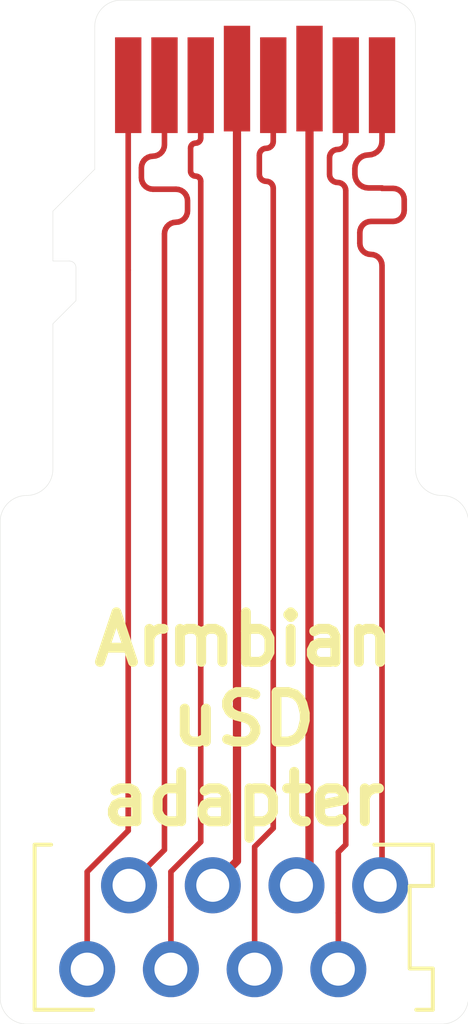
<source format=kicad_pcb>
(kicad_pcb (version 20200614) (host pcbnew "(5.99.0-1973-g8c57821e9)")

  (general
    (thickness 1.6)
    (drawings 22)
    (tracks 213)
    (modules 9)
    (nets 9)
  )

  (paper "A4")
  (layers
    (0 "F.Cu" signal)
    (31 "B.Cu" signal)
    (32 "B.Adhes" user)
    (33 "F.Adhes" user)
    (34 "B.Paste" user)
    (35 "F.Paste" user)
    (36 "B.SilkS" user)
    (37 "F.SilkS" user)
    (38 "B.Mask" user)
    (39 "F.Mask" user)
    (40 "Dwgs.User" user hide)
    (41 "Cmts.User" user hide)
    (42 "Eco1.User" user)
    (43 "Eco2.User" user)
    (44 "Edge.Cuts" user)
    (45 "Margin" user)
    (46 "B.CrtYd" user)
    (47 "F.CrtYd" user)
  )

  (setup
    (stackup
      (layer "F.SilkS" (type "Top Silk Screen"))
      (layer "F.Paste" (type "Top Solder Paste"))
      (layer "F.Mask" (type "Top Solder Mask") (color "Green") (thickness 0.01))
      (layer "F.Cu" (type "copper") (thickness 0.035))
      (layer "dielectric 1" (type "core") (thickness 1.51) (material "FR4") (epsilon_r 4.5) (loss_tangent 0.02))
      (layer "B.Cu" (type "copper") (thickness 0.035))
      (layer "B.Mask" (type "Bottom Solder Mask") (color "Green") (thickness 0.01))
      (layer "B.Paste" (type "Bottom Solder Paste"))
      (layer "B.SilkS" (type "Bottom Silk Screen"))
      (copper_finish "None")
      (dielectric_constraints no)
    )
    (last_trace_width 0.17)
    (user_trace_width 0.17)
    (user_trace_width 0.25)
    (trace_clearance 0.2)
    (zone_clearance 0.508)
    (zone_45_only no)
    (trace_min 0.15)
    (clearance_min 0)
    (via_min_annulus 0.05)
    (via_min_size 0.4)
    (through_hole_min 0.3)
    (hole_to_hole_min 0.25)
    (via_size 0.8)
    (via_drill 0.4)
    (uvia_size 0.3)
    (uvia_drill 0.1)
    (uvias_allowed no)
    (uvia_min_size 0.2)
    (uvia_min_drill 0.1)
    (max_error 0.005)
    (defaults
      (edge_clearance 0.01)
      (edge_cuts_line_width 0.05)
      (courtyard_line_width 0.05)
      (copper_line_width 0.2)
      (copper_text_dims (size 1.5 1.5) (thickness 0.3))
      (silk_line_width 0.12)
      (silk_text_dims (size 1 1) (thickness 0.15))
      (fab_layers_line_width 0.1)
      (fab_layers_text_dims (size 1 1) (thickness 0.15))
      (other_layers_line_width 0.1)
      (other_layers_text_dims (size 1 1) (thickness 0.15))
      (dimension_units 0)
      (dimension_precision 1)
    )
    (pad_size 2 2)
    (pad_drill 1)
    (pad_to_mask_clearance 0)
    (aux_axis_origin 0 0)
    (visible_elements 7FFFEF7F)
    (pcbplotparams
      (layerselection 0x010fc_ffffffff)
      (usegerberextensions false)
      (usegerberattributes false)
      (usegerberadvancedattributes false)
      (creategerberjobfile false)
      (svguseinch false)
      (svgprecision 6)
      (excludeedgelayer true)
      (linewidth 0.100000)
      (plotframeref false)
      (viasonmask false)
      (mode 1)
      (useauxorigin false)
      (hpglpennumber 1)
      (hpglpenspeed 20)
      (hpglpendiameter 15.000000)
      (psnegative false)
      (psa4output false)
      (plotreference true)
      (plotvalue true)
      (plotinvisibletext false)
      (sketchpadsonfab false)
      (subtractmaskfromsilk false)
      (outputformat 1)
      (mirror false)
      (drillshape 0)
      (scaleselection 1)
      (outputdirectory "CAM")
    )
  )

  (net 0 "")
  (net 1 "/DAT2S")
  (net 2 "/DAT3S")
  (net 3 "/CMDS")
  (net 4 "+3V3")
  (net 5 "/CLKS")
  (net 6 "GND")
  (net 7 "/DAT0S")
  (net 8 "/DAT1S")

  (net_class "Default" "This is the default net class."
    (clearance 0.2)
    (trace_width 0.25)
    (via_dia 0.8)
    (via_drill 0.4)
    (uvia_dia 0.3)
    (uvia_drill 0.1)
    (add_net "+3V3")
    (add_net "/CLKS")
    (add_net "/CMDS")
    (add_net "/DAT0S")
    (add_net "/DAT1S")
    (add_net "/DAT2S")
    (add_net "/DAT3S")
    (add_net "GND")
  )

  (module "footprints:ConnectorMicromatch-8" (layer "F.Cu") (tedit 5EEEEED6) (tstamp 34dd57fe-2ace-416f-9255-a09a91913142)
    (at 150.5 118.1)
    (descr "ConnectorMicromatch-8")
    (path "/c9ca2d28-979e-4150-b60a-5d6eb42dce52")
    (attr smd)
    (fp_text reference "JP101" (at 0 -3.27) (layer "F.SilkS") hide
      (effects (font (size 1 1) (thickness 0.15)))
    )
    (fp_text value "PORTx" (at 0 3.27) (layer "F.Fab") hide
      (effects (font (size 1 1) (thickness 0.15)))
    )
    (fp_line (start -6.29 2.27) (end -6.29 -2.27) (layer "F.CrtYd") (width 0.05))
    (fp_line (start 6.29 2.27) (end -6.29 2.27) (layer "F.CrtYd") (width 0.05))
    (fp_line (start 6.29 -2.27) (end 6.29 2.27) (layer "F.CrtYd") (width 0.05))
    (fp_line (start -6.29 -2.27) (end 6.29 -2.27) (layer "F.CrtYd") (width 0.05))
    (fp_line (start 6.04 2.5) (end 5.54 2.5) (layer "F.SilkS") (width 0.12))
    (fp_line (start 6.04 1.25) (end 6.04 2.5) (layer "F.SilkS") (width 0.12))
    (fp_line (start 5.34 1.25) (end 6.04 1.25) (layer "F.SilkS") (width 0.12))
    (fp_line (start 5.34 -1.25) (end 5.34 1.25) (layer "F.SilkS") (width 0.12))
    (fp_line (start 6.04 -1.25) (end 5.34 -1.25) (layer "F.SilkS") (width 0.12))
    (fp_line (start 6.04 -2.5) (end 6.04 -1.25) (layer "F.SilkS") (width 0.12))
    (fp_line (start 4.27 -2.5) (end 6.04 -2.5) (layer "F.SilkS") (width 0.12))
    (fp_line (start -6.04 2.5) (end -4.27 2.5) (layer "F.SilkS") (width 0.12))
    (fp_line (start -6.04 -2.5) (end -6.04 2.5) (layer "F.SilkS") (width 0.12))
    (fp_line (start -5.54 -2.5) (end -6.04 -2.5) (layer "F.SilkS") (width 0.12))
    (pad "8" thru_hole circle (at 4.445 -1.27) (size 1.7 1.7) (drill 1) (layers *.Cu *.Mask)
      (net 8 "/DAT1S") (pinfunction "Pin_8") (tstamp f57f9e87-1e1c-4da5-a369-09e9be7afe99))
    (pad "7" thru_hole circle (at 3.175 1.27) (size 1.7 1.7) (drill 1) (layers *.Cu *.Mask)
      (net 7 "/DAT0S") (pinfunction "Pin_7") (tstamp 0122fb7c-9265-4961-a07c-8c981e191d3a))
    (pad "6" thru_hole circle (at 1.905 -1.27) (size 1.7 1.7) (drill 1) (layers *.Cu *.Mask)
      (net 6 "GND") (pinfunction "Pin_6") (tstamp 05ff523a-d5a1-4db1-bd4f-5b784665fe18))
    (pad "5" thru_hole circle (at 0.635 1.27) (size 1.7 1.7) (drill 1) (layers *.Cu *.Mask)
      (net 5 "/CLKS") (pinfunction "Pin_5") (tstamp b12243bb-8dd4-47fb-9028-ae388f60ef5c))
    (pad "4" thru_hole circle (at -0.635 -1.27) (size 1.7 1.7) (drill 1) (layers *.Cu *.Mask)
      (net 4 "+3V3") (pinfunction "Pin_4") (tstamp cd35c689-a9b3-4177-b924-de7da3a4a3dc))
    (pad "3" thru_hole circle (at -1.905 1.27) (size 1.7 1.7) (drill 1) (layers *.Cu *.Mask)
      (net 3 "/CMDS") (pinfunction "Pin_3") (tstamp 234570c7-fe0c-4966-aa1b-d06b45792fbe))
    (pad "2" thru_hole circle (at -3.175 -1.27) (size 1.7 1.7) (drill 1) (layers *.Cu *.Mask)
      (net 2 "/DAT3S") (pinfunction "Pin_2") (tstamp 64b2528c-82c2-47ef-b23c-8dcff790a91a))
    (pad "1" thru_hole circle (at -4.445 1.27) (size 1.7 1.7) (drill 1) (layers *.Cu *.Mask)
      (net 1 "/DAT2S") (pinfunction "Pin_1") (tstamp 64b2528c-82c2-47ef-b23c-8dcff790a91a))
  )

  (module "footprints:Pin_2.9x0.8mm" locked (layer "F.Cu") (tedit 5EF30463) (tstamp ebc430f4-8476-4aeb-9442-cd950794b8d5)
    (at 147.3 92.6)
    (path "/0f39cb8a-4b5a-4d30-8c6a-752783a38119")
    (fp_text reference "J101" (at 0 -0.5 unlocked) (layer "F.SilkS") hide
      (effects (font (size 1 1) (thickness 0.15)))
    )
    (fp_text value "Conn_01x01_Male" (at 0 1 unlocked) (layer "F.Fab") hide
      (effects (font (size 1 1) (thickness 0.15)))
    )
    (pad "1" smd rect (at 0 0) (size 0.8 2.9) (layers "F.Cu" "F.Paste" "F.Mask")
      (net 1 "/DAT2S") (pinfunction "Pin_1") (tstamp 512c3af9-bc64-445e-b63d-a0927dd1e79b))
  )

  (module "footprints:Pin_2.9x0.8mm" locked (layer "F.Cu") (tedit 5EF30463) (tstamp ce17113f-e9c9-4e32-956d-8339f463c07c)
    (at 148.4 92.6)
    (path "/66af6dfa-01f9-4bb8-8871-29936ff4d6f9")
    (fp_text reference "J102" (at 0 -0.5 unlocked) (layer "F.SilkS") hide
      (effects (font (size 1 1) (thickness 0.15)))
    )
    (fp_text value "Conn_01x01_Male" (at 0 1 unlocked) (layer "F.Fab") hide
      (effects (font (size 1 1) (thickness 0.15)))
    )
    (pad "1" smd rect (at 0 0) (size 0.8 2.9) (layers "F.Cu" "F.Paste" "F.Mask")
      (net 2 "/DAT3S") (pinfunction "Pin_1") (tstamp 512c3af9-bc64-445e-b63d-a0927dd1e79b))
  )

  (module "footprints:Pin_2.9x0.8mm" locked (layer "F.Cu") (tedit 5EF30463) (tstamp 7df9ad7f-ab33-40c4-8f4c-9150f7560326)
    (at 149.5 92.6)
    (path "/9e02c2ba-dd88-4ca0-85d4-e6f044b17b28")
    (fp_text reference "J103" (at 0 -0.5 unlocked) (layer "F.SilkS") hide
      (effects (font (size 1 1) (thickness 0.15)))
    )
    (fp_text value "Conn_01x01_Male" (at 0 1 unlocked) (layer "F.Fab") hide
      (effects (font (size 1 1) (thickness 0.15)))
    )
    (pad "1" smd rect (at 0 0) (size 0.8 2.9) (layers "F.Cu" "F.Paste" "F.Mask")
      (net 3 "/CMDS") (pinfunction "Pin_1") (tstamp 512c3af9-bc64-445e-b63d-a0927dd1e79b))
  )

  (module "footprints:Pin_3.2x0.8mm" locked (layer "F.Cu") (tedit 5EF304A7) (tstamp de72bde9-09eb-4e8a-8267-ad8b0df23c9e)
    (at 150.6 92.4)
    (path "/f6611cd6-eb8a-4f6f-9ed1-8e07cbe0899f")
    (fp_text reference "J104" (at 0 -0.5 unlocked) (layer "F.SilkS") hide
      (effects (font (size 1 1) (thickness 0.15)))
    )
    (fp_text value "Conn_01x01_Male" (at 0 1 unlocked) (layer "F.Fab") hide
      (effects (font (size 1 1) (thickness 0.15)))
    )
    (pad "1" smd rect (at 0 0) (size 0.8 3.2) (layers "F.Cu" "F.Paste" "F.Mask")
      (net 4 "+3V3") (pinfunction "Pin_1") (tstamp bebac830-3c08-42a8-acb6-b81c5be51e66))
  )

  (module "footprints:Pin_2.9x0.8mm" locked (layer "F.Cu") (tedit 5EF30463) (tstamp f0499f36-4fda-42c1-9e0f-32450dba5710)
    (at 151.7 92.6)
    (path "/75fcb818-df21-4901-9473-67c6ff22714d")
    (fp_text reference "J105" (at 0 -0.5 unlocked) (layer "F.SilkS") hide
      (effects (font (size 1 1) (thickness 0.15)))
    )
    (fp_text value "Conn_01x01_Male" (at 0 1 unlocked) (layer "F.Fab") hide
      (effects (font (size 1 1) (thickness 0.15)))
    )
    (pad "1" smd rect (at 0 0) (size 0.8 2.9) (layers "F.Cu" "F.Paste" "F.Mask")
      (net 5 "/CLKS") (pinfunction "Pin_1") (tstamp 512c3af9-bc64-445e-b63d-a0927dd1e79b))
  )

  (module "footprints:Pin_3.2x0.8mm" locked (layer "F.Cu") (tedit 5EF304A7) (tstamp 42134bb5-60f4-4de8-aaa5-12e053a97f54)
    (at 152.8 92.4)
    (path "/fa43959c-a49f-4b1a-a263-6234d5a8c34b")
    (fp_text reference "J106" (at 0 -0.5 unlocked) (layer "F.SilkS") hide
      (effects (font (size 1 1) (thickness 0.15)))
    )
    (fp_text value "Conn_01x01_Male" (at 0 1 unlocked) (layer "F.Fab") hide
      (effects (font (size 1 1) (thickness 0.15)))
    )
    (pad "1" smd rect (at 0 0) (size 0.8 3.2) (layers "F.Cu" "F.Paste" "F.Mask")
      (net 6 "GND") (pinfunction "Pin_1") (tstamp bebac830-3c08-42a8-acb6-b81c5be51e66))
  )

  (module "footprints:Pin_2.9x0.8mm" locked (layer "F.Cu") (tedit 5EF30463) (tstamp 281b1c9d-a101-435f-8028-52ecc6bc8e39)
    (at 153.9 92.6)
    (path "/47cf1097-4087-48b0-9062-ae77c5241598")
    (fp_text reference "J107" (at 0 -0.5 unlocked) (layer "F.SilkS") hide
      (effects (font (size 1 1) (thickness 0.15)))
    )
    (fp_text value "Conn_01x01_Male" (at 0 1 unlocked) (layer "F.Fab") hide
      (effects (font (size 1 1) (thickness 0.15)))
    )
    (pad "1" smd rect (at 0 0) (size 0.8 2.9) (layers "F.Cu" "F.Paste" "F.Mask")
      (net 7 "/DAT0S") (pinfunction "Pin_1") (tstamp 512c3af9-bc64-445e-b63d-a0927dd1e79b))
  )

  (module "footprints:Pin_2.9x0.8mm" locked (layer "F.Cu") (tedit 5EF30463) (tstamp f8ad5def-b160-4010-9098-f92eb7ad8236)
    (at 155 92.6)
    (path "/1ce64f3d-df08-444e-8f8d-a3ffad76b048")
    (fp_text reference "J108" (at 0 -0.5 unlocked) (layer "F.SilkS") hide
      (effects (font (size 1 1) (thickness 0.15)))
    )
    (fp_text value "Conn_01x01_Male" (at 0 1 unlocked) (layer "F.Fab") hide
      (effects (font (size 1 1) (thickness 0.15)))
    )
    (pad "1" smd rect (at 0 0) (size 0.8 2.9) (layers "F.Cu" "F.Paste" "F.Mask")
      (net 8 "/DAT1S") (pinfunction "Pin_1") (tstamp 512c3af9-bc64-445e-b63d-a0927dd1e79b))
  )

  (gr_text "Armbian\nuSD\nadapter" (at 150.8 111.8) (layer "F.SilkS") (tstamp 00000000-0000-0000-0000-00005d408632)
    (effects (font (size 1.5 1.5) (thickness 0.3)))
  )
  (gr_arc (start 156.82 120.23) (end 157.62 120.23) (angle 90) (layer "Edge.Cuts") (width 0.01) (tstamp ae099e14-b8e8-42d2-b79e-76ff940f3c11))
  (gr_line (start 157.62 105.825) (end 157.62 120.23) (layer "Edge.Cuts") (width 0.01) (tstamp cf7cfc0e-3c4c-4bc6-9810-af5820ec6c74))
  (gr_arc (start 144.215 120.23) (end 144.215 121.03) (angle 90) (layer "Edge.Cuts") (width 0.01) (tstamp 55e457fe-3a3e-47f1-881f-0b2af93d868b))
  (gr_line (start 143.415 105.825) (end 143.415 120.23) (layer "Edge.Cuts") (width 0.01) (tstamp 97117656-c33e-4256-99bd-9e4ed0fced2a))
  (gr_arc (start 156.82 105.825) (end 156.82 105.025) (angle 90) (layer "Edge.Cuts") (width 0.01) (tstamp 42c37782-68b7-4d35-80e6-fceaf2be4eba))
  (gr_arc (start 144.215 105.825) (end 143.415 105.825) (angle 90) (layer "Edge.Cuts") (width 0.01) (tstamp 734fcb58-1d0a-4098-a232-bb5ccd8c5c8e))
  (gr_arc (start 145.515 98.125) (end 145.515 97.925) (angle 90) (layer "Edge.Cuts") (width 0.01) (tstamp d1f34b9a-5500-49fa-9776-3454dd9f9c06))
  (gr_line (start 146.285 95.145) (end 146.285 90.825) (layer "Edge.Cuts") (width 0.01) (tstamp 4dd734ca-eb3e-4687-a8a5-1a23f5a63b23))
  (gr_line (start 145.715 99.125) (end 145.015 99.825) (layer "Edge.Cuts") (width 0.01) (tstamp a7c06851-fff8-475d-b5b3-c6f268842840))
  (gr_line (start 145.715 98.125) (end 145.715 99.125) (layer "Edge.Cuts") (width 0.01) (tstamp 9af8f760-4f73-4ced-a819-285392f3cd3c))
  (gr_line (start 145.015 97.925) (end 145.515 97.925) (layer "Edge.Cuts") (width 0.01) (tstamp bb148df0-3441-4043-a006-0eb8f26a751f))
  (gr_line (start 145.015 96.415) (end 145.015 97.925) (layer "Edge.Cuts") (width 0.01) (tstamp 43b53e0e-9dfb-4b55-a0fd-97f176423fe6))
  (gr_line (start 146.285 95.145) (end 145.015 96.415) (layer "Edge.Cuts") (width 0.01) (tstamp 4b337e05-18f8-4f43-b42d-d45b080552f4))
  (gr_arc (start 156.815 104.225) (end 156.815 105.025) (angle 90) (layer "Edge.Cuts") (width 0.01) (tstamp 34b15f2c-01f9-4295-8f47-fda6fefcae7c))
  (gr_arc (start 144.215 104.225) (end 145.015 104.225) (angle 90) (layer "Edge.Cuts") (width 0.01) (tstamp 8abbd84a-6165-4aba-b677-7438791c5612))
  (gr_arc (start 147.085 90.825) (end 146.285 90.825) (angle 90) (layer "Edge.Cuts") (width 0.01) (tstamp 030b1fc5-7335-4045-b07b-f51fcafdb08a))
  (gr_arc (start 155.215 90.825) (end 155.205 90.025) (angle 90) (layer "Edge.Cuts") (width 0.01) (tstamp a6d9a454-edf3-4f90-b252-8e4d4eb880c0))
  (gr_line (start 156.015 104.225) (end 156.015 90.815) (layer "Edge.Cuts") (width 0.01) (tstamp 721731ff-9c90-485f-8368-a5631992c59f))
  (gr_line (start 144.215 121.03) (end 156.82 121.03) (layer "Edge.Cuts") (width 0.01) (tstamp 3c3fe6b1-b62f-4083-8278-9d2dac711640))
  (gr_line (start 145.015 99.825) (end 145.015 104.225) (layer "Edge.Cuts") (width 0.01) (tstamp 541dc7d7-c4ae-4740-8975-470e13a9f8b8))
  (gr_line (start 155.205 90.025) (end 147.085 90.025) (layer "Edge.Cuts") (width 0.01) (tstamp 2ac73bf2-1c2e-4b0f-93ca-e4e6bdeac8fa))

  (segment (start 154.399883 96.851807) (end 154.359758 96.915666) (width 0.17) (layer "F.Cu") (net 8) (tstamp 6446e86f-71c4-4a9e-a23b-b4168a8e03a9))
  (segment (start 154.588257 96.733444) (end 154.517071 96.758353) (width 0.17) (layer "F.Cu") (net 8) (tstamp 80fea93d-4b54-43cc-9092-937fc455d348))
  (segment (start 154.663202 96.725) (end 154.588257 96.733444) (width 0.17) (layer "F.Cu") (net 8) (tstamp 36c51c6f-e775-4bf8-b03a-0957f48eb581))
  (segment (start 155.546788 96.651521) (end 155.482929 96.691646) (width 0.17) (layer "F.Cu") (net 8) (tstamp 028b20a6-3902-47a3-809d-7f8269e542e6))
  (segment (start 155.600117 96.598192) (end 155.546788 96.651521) (width 0.17) (layer "F.Cu") (net 8) (tstamp 6aee5adb-a696-4a70-afc0-107f659912d3))
  (segment (start 155.665151 96.463147) (end 155.640242 96.534333) (width 0.17) (layer "F.Cu") (net 8) (tstamp 519b6585-e079-42d4-879f-7e4c79cc2fb0))
  (segment (start 155.665151 95.986852) (end 155.673595 96.061797) (width 0.17) (layer "F.Cu") (net 8) (tstamp 24e2690c-d07e-4819-81ad-d82fcb8e4075))
  (segment (start 155.640242 95.915666) (end 155.665151 95.986852) (width 0.17) (layer "F.Cu") (net 8) (tstamp ea83af98-6cb7-4fb1-9337-58427f813c84))
  (segment (start 154.517071 96.758353) (end 154.453212 96.798478) (width 0.17) (layer "F.Cu") (net 8) (tstamp ab80d6d8-3d72-4055-be4c-08258fcbed03))
  (segment (start 154.844954 94.621955) (end 154.766875 94.671016) (width 0.17) (layer "F.Cu") (net 8) (tstamp 803c8a8b-476b-4182-aeb4-0ea41e10356c))
  (segment (start 155.546788 95.798478) (end 155.600117 95.851807) (width 0.17) (layer "F.Cu") (net 8) (tstamp 7a526930-52e2-4cc1-9d94-6c1290e2869b))
  (segment (start 155.411743 95.733444) (end 155.482929 95.758353) (width 0.17) (layer "F.Cu") (net 8) (tstamp 41ac5422-7a66-47db-af7d-c05afec0a50e))
  (segment (start 155.336798 95.725) (end 155.411743 95.733444) (width 0.17) (layer "F.Cu") (net 8) (tstamp 1000edd4-018a-4f8b-98f4-3ee4e9fb0a01))
  (segment (start 155 95.725) (end 155.336798 95.725) (width 0.17) (layer "F.Cu") (net 8) (tstamp f18a1bea-5f9e-472e-981b-9dc7c8a6c691))
  (segment (start 154.33145 94.801638) (end 154.266246 94.866842) (width 0.17) (layer "F.Cu") (net 8) (tstamp 7bbdc850-e27a-4087-850d-0cc5f7fc3794))
  (segment (start 154.496568 94.722121) (end 154.409529 94.752577) (width 0.17) (layer "F.Cu") (net 8) (tstamp 1e45f1fb-7984-4034-a8f9-401e2e89d51c))
  (segment (start 155.673595 96.061797) (end 155.673595 96.388203) (width 0.17) (layer "F.Cu") (net 8) (tstamp 9bbda11e-a431-498c-9ac5-f2806bb13e06))
  (segment (start 154.989675 94.391633) (end 154.959219 94.478672) (width 0.17) (layer "F.Cu") (net 8) (tstamp 9ec7a662-8dc6-4fbc-a246-e34b72022a81))
  (segment (start 154.588203 95.711797) (end 155 95.711797) (width 0.17) (layer "F.Cu") (net 8) (tstamp fa8a22d2-75f4-421a-aa65-2e492ec137e0))
  (segment (start 155 92.6) (end 155 94.3) (width 0.17) (layer "F.Cu") (net 8) (tstamp f3e54791-6c03-4d03-9c61-3743c903098c))
  (segment (start 154.991555 97.986852) (end 155 98.061797) (width 0.17) (layer "F.Cu") (net 8) (tstamp 084cbfb5-9bba-4143-917c-97bb89468157))
  (segment (start 155.640242 96.534333) (end 155.600117 96.598192) (width 0.17) (layer "F.Cu") (net 8) (tstamp 8910bcf2-5d74-4993-b33e-0fc9e87138c6))
  (segment (start 154.910158 94.556751) (end 154.844954 94.621955) (width 0.17) (layer "F.Cu") (net 8) (tstamp c71e98d2-020e-49e3-ae62-9dcc5f7a0cea))
  (segment (start 154.409529 94.752577) (end 154.33145 94.801638) (width 0.17) (layer "F.Cu") (net 8) (tstamp 380b0561-fc70-41f2-8682-f58a15bf845a))
  (segment (start 154.809333 97.758353) (end 154.873192 97.798478) (width 0.17) (layer "F.Cu") (net 8) (tstamp f0c06daf-7939-41c8-b792-5a4fbd2a0455))
  (segment (start 155.482929 95.758353) (end 155.546788 95.798478) (width 0.17) (layer "F.Cu") (net 8) (tstamp b6f3773e-0bfa-4c37-8db5-b23ffd0cfc4f))
  (segment (start 154.453212 96.798478) (end 154.399883 96.851807) (width 0.17) (layer "F.Cu") (net 8) (tstamp ea8367e4-398f-48dd-8eaf-25db739f3609))
  (segment (start 154.176405 95.123594) (end 154.176405 95.3) (width 0.17) (layer "F.Cu") (net 8) (tstamp 13fcd9c5-b444-4339-83c6-1327679d2494))
  (segment (start 155.336798 96.725) (end 154.663202 96.725) (width 0.17) (layer "F.Cu") (net 8) (tstamp 053be23f-886e-4ff5-977a-241b78c2fcb8))
  (segment (start 154.679836 94.701472) (end 154.496568 94.722121) (width 0.17) (layer "F.Cu") (net 8) (tstamp 15c7d137-dbc5-4521-880f-f2a053821c15))
  (segment (start 154.959219 94.478672) (end 154.910158 94.556751) (width 0.17) (layer "F.Cu") (net 8) (tstamp 25149f51-aa6f-4c04-9b0a-7311d9b12271))
  (segment (start 154.766875 94.671016) (end 154.679836 94.701472) (width 0.17) (layer "F.Cu") (net 8) (tstamp e0489222-b242-4181-ac59-5b71bed11e42))
  (segment (start 155.411743 96.716555) (end 155.336798 96.725) (width 0.17) (layer "F.Cu") (net 8) (tstamp 79f6d8d6-ed40-4960-a6d3-eb990097d24f))
  (segment (start 154.217185 94.944921) (end 154.186729 95.03196) (width 0.17) (layer "F.Cu") (net 8) (tstamp 130d7f87-1fe4-418a-8597-67ddc7d56c60))
  (segment (start 155 94.3) (end 154.989675 94.391633) (width 0.17) (layer "F.Cu") (net 8) (tstamp f248bfce-9385-4248-97ae-6b8c36f5a66b))
  (segment (start 154.266246 94.866842) (end 154.217185 94.944921) (width 0.17) (layer "F.Cu") (net 8) (tstamp 4c1de9b1-91d5-4c1a-acd9-4cb2222cf558))
  (segment (start 155.673595 96.388203) (end 155.665151 96.463147) (width 0.17) (layer "F.Cu") (net 8) (tstamp b70a0d6e-c91f-411f-a5d6-d69d9e30630d))
  (segment (start 154.33145 95.621955) (end 154.409529 95.671016) (width 0.17) (layer "F.Cu") (net 8) (tstamp 91d123f1-1074-4137-a56a-03ea0205a564))
  (segment (start 155.482929 96.691646) (end 155.411743 96.716555) (width 0.17) (layer "F.Cu") (net 8) (tstamp 2c6057ac-4b25-464e-9fc3-c088da2dece5))
  (segment (start 155 95.711797) (end 155 95.725) (width 0.17) (layer "F.Cu") (net 8) (tstamp 77e440d0-d631-48f2-80fc-b0993006559f))
  (segment (start 154.266246 95.556751) (end 154.33145 95.621955) (width 0.17) (layer "F.Cu") (net 8) (tstamp b39f8a41-4135-4ec5-9044-2d624e04bb4e))
  (segment (start 155.600117 95.851807) (end 155.640242 95.915666) (width 0.17) (layer "F.Cu") (net 8) (tstamp d276ad2b-79e6-43f1-9d13-3d21ffc15c6e))
  (segment (start 154.186729 95.03196) (end 154.176405 95.123594) (width 0.17) (layer "F.Cu") (net 8) (tstamp e943d36d-2055-4235-8f54-1a1d8ce1fab2))
  (segment (start 154.588257 97.716555) (end 154.738147 97.733444) (width 0.17) (layer "F.Cu") (net 8) (tstamp b46f8917-60bb-49a4-8473-ed5b8f07299a))
  (segment (start 154.176405 95.3) (end 154.186729 95.391633) (width 0.17) (layer "F.Cu") (net 8) (tstamp 6f3d6999-6ea9-4a36-8fa8-5f4c7c07c131))
  (segment (start 154.926521 97.851807) (end 154.966646 97.915666) (width 0.17) (layer "F.Cu") (net 8) (tstamp 40dc74b8-53e4-4a64-ae00-3320781682cf))
  (segment (start 154.217185 95.478672) (end 154.266246 95.556751) (width 0.17) (layer "F.Cu") (net 8) (tstamp 4a74b886-d293-4fe0-b4b0-6ffb9b2686ba))
  (segment (start 154.186729 95.391633) (end 154.217185 95.478672) (width 0.17) (layer "F.Cu") (net 8) (tstamp bdb503eb-233b-402c-aa58-80d323b6c6e0))
  (segment (start 154.409529 95.671016) (end 154.496568 95.701472) (width 0.17) (layer "F.Cu") (net 8) (tstamp 0c183d53-5b6d-4702-88de-6c9352e76911))
  (segment (start 154.359758 96.915666) (end 154.334849 96.986852) (width 0.17) (layer "F.Cu") (net 8) (tstamp e4f4b8f7-7383-4cfc-9979-3b868551763b))
  (segment (start 154.496568 95.701472) (end 154.588203 95.711797) (width 0.17) (layer "F.Cu") (net 8) (tstamp 76d7bb16-8fdf-4314-9c0b-63ed842e34c5))
  (segment (start 154.334849 96.986852) (end 154.326405 97.061797) (width 0.17) (layer "F.Cu") (net 8) (tstamp 7cc19186-1284-4e28-87ca-42fe3bb4dc7c))
  (segment (start 154.326405 97.061797) (end 154.326405 97.388203) (width 0.17) (layer "F.Cu") (net 8) (tstamp c9794f19-9dab-4059-be76-6456e38dfd87))
  (segment (start 154.326405 97.388203) (end 154.334849 97.463147) (width 0.17) (layer "F.Cu") (net 8) (tstamp 941170c7-6a7b-4c48-b809-b66d27612110))
  (segment (start 154.334849 97.463147) (end 154.359758 97.534333) (width 0.17) (layer "F.Cu") (net 8) (tstamp 9b6adc54-d9d9-4966-8940-22899a0ed293))
  (segment (start 154.359758 97.534333) (end 154.399883 97.598192) (width 0.17) (layer "F.Cu") (net 8) (tstamp 6d08b0eb-3618-47da-9c78-dfd5b4c05225))
  (segment (start 154.399883 97.598192) (end 154.453212 97.651521) (width 0.17) (layer "F.Cu") (net 8) (tstamp e1eb2e68-2bfe-435c-990e-5ea2bf63c301))
  (segment (start 154.453212 97.651521) (end 154.517071 97.691646) (width 0.17) (layer "F.Cu") (net 8) (tstamp 82bac24d-9b35-416e-bc6d-a27aebc931e8))
  (segment (start 154.517071 97.691646) (end 154.588257 97.716555) (width 0.17) (layer "F.Cu") (net 8) (tstamp 01515426-4104-4cd1-843b-e339e35a2d97))
  (segment (start 154.738147 97.733444) (end 154.809333 97.758353) (width 0.17) (layer "F.Cu") (net 8) (tstamp 6ff28a17-971f-4924-9ffc-1602074e9a78))
  (segment (start 154.873192 97.798478) (end 154.926521 97.851807) (width 0.17) (layer "F.Cu") (net 8) (tstamp cd4358b6-4f62-4059-b243-29420f5e47bf))
  (segment (start 154.966646 97.915666) (end 154.991555 97.986852) (width 0.17) (layer "F.Cu") (net 8) (tstamp d848478f-1e0d-4512-8008-ce4c51722c9c))
  (segment (start 155 98.061797) (end 155 116.775) (width 0.17) (layer "F.Cu") (net 8) (tstamp 2ebac3e9-31a5-4132-804e-59de1b141b39))
  (segment (start 155 116.775) (end 154.945 116.83) (width 0.17) (layer "F.Cu") (net 8) (tstamp 967fcea1-d81e-416c-ae4f-2b12a4375999))
  (segment (start 153.708534 95.552439) (end 153.760585 95.570652) (width 0.17) (layer "F.Cu") (net 7) (tstamp 7c2caa8f-de48-4630-91ff-26ecc341080d))
  (segment (start 153.893825 95.73773) (end 153.9 95.79253) (width 0.17) (layer "F.Cu") (net 7) (tstamp b6c643e0-05cb-418f-b4c5-65c18a72039a))
  (segment (start 153.546883 95.521877) (end 153.598934 95.54009) (width 0.17) (layer "F.Cu") (net 7) (tstamp 46c3712f-ee81-4348-9ea6-c540e6edc4de))
  (segment (start 153.50019 95.492537) (end 153.546883 95.521877) (width 0.17) (layer "F.Cu") (net 7) (tstamp 4541b5ba-37ff-4582-9984-1a6671a7b4c7))
  (segment (start 153.461196 95.453543) (end 153.50019 95.492537) (width 0.17) (layer "F.Cu") (net 7) (tstamp a32d41b1-bcef-4898-b059-9d6b2ed0d58e))
  (segment (start 153.431856 95.40685) (end 153.461196 95.453543) (width 0.17) (layer "F.Cu") (net 7) (tstamp dbb2998b-7f75-479c-b0dd-69aab2205f81))
  (segment (start 153.598934 95.54009) (end 153.708534 95.552439) (width 0.17) (layer "F.Cu") (net 7) (tstamp e365714b-97fa-47de-a9cb-b7525141b2e0))
  (segment (start 153.407469 95.3) (end 153.413643 95.354799) (width 0.17) (layer "F.Cu") (net 7) (tstamp a88021f1-6d67-4da6-92cb-db9ae3320f14))
  (segment (start 153.875612 95.685679) (end 153.893825 95.73773) (width 0.17) (layer "F.Cu") (net 7) (tstamp 6b02063f-6e28-4c8b-b7a8-9d06a02daf13))
  (segment (start 153.413643 94.73773) (end 153.407469 94.79253) (width 0.17) (layer "F.Cu") (net 7) (tstamp cba8917f-68fe-4db8-ba12-ef420c9de725))
  (segment (start 153.407469 94.79253) (end 153.407469 95.3) (width 0.17) (layer "F.Cu") (net 7) (tstamp c2197283-65e4-4f48-b436-bf70068afb0e))
  (segment (start 153.431856 94.685679) (end 153.413643 94.73773) (width 0.17) (layer "F.Cu") (net 7) (tstamp 2e5aaa47-254f-4081-b054-764866f906c4))
  (segment (start 153.461196 94.638986) (end 153.431856 94.685679) (width 0.17) (layer "F.Cu") (net 7) (tstamp 150459d6-722f-41ad-b509-5859ce621cc8))
  (segment (start 153.846272 95.638986) (end 153.875612 95.685679) (width 0.17) (layer "F.Cu") (net 7) (tstamp 6375e064-b164-46b1-bc41-fd57ae64b1ae))
  (segment (start 153.846272 94.453543) (end 153.807278 94.492537) (width 0.17) (layer "F.Cu") (net 7) (tstamp 20b196a7-9783-4f95-9486-7edb426d69cb))
  (segment (start 153.875612 94.40685) (end 153.846272 94.453543) (width 0.17) (layer "F.Cu") (net 7) (tstamp 7f68d369-e006-47f8-96f2-5effe8c78d60))
  (segment (start 153.760585 94.521877) (end 153.708534 94.54009) (width 0.17) (layer "F.Cu") (net 7) (tstamp 0627fe17-cc23-4c00-b258-bd402ca065f7))
  (segment (start 153.9 92.6) (end 153.9 94.3) (width 0.17) (layer "F.Cu") (net 7) (tstamp 38263302-65dd-467e-8cfd-e79cd0768678))
  (segment (start 153.893825 94.354799) (end 153.875612 94.40685) (width 0.17) (layer "F.Cu") (net 7) (tstamp 827731fc-82e4-4a1d-9830-8ab283629188))
  (segment (start 153.413643 95.354799) (end 153.431856 95.40685) (width 0.17) (layer "F.Cu") (net 7) (tstamp dd38fb0b-3456-4172-9db9-9805277117cb))
  (segment (start 153.675 117.66779) (end 153.675 119.37) (width 0.17) (layer "F.Cu") (net 7) (tstamp 4906fa78-c5e2-493e-8894-ff89271d9bfe))
  (segment (start 153.708534 94.54009) (end 153.598934 94.552439) (width 0.17) (layer "F.Cu") (net 7) (tstamp 0f5a9b35-f1f8-4938-ab04-eb46bcea74ff))
  (segment (start 153.9 115.6) (end 153.675 115.825) (width 0.17) (layer "F.Cu") (net 7) (tstamp e054ddc8-6371-42e5-b402-42093c099803))
  (segment (start 153.9 94.3) (end 153.893825 94.354799) (width 0.17) (layer "F.Cu") (net 7) (tstamp a8bcf60f-ad82-4d9e-90b8-4d4b87de2a71))
  (segment (start 153.598934 94.552439) (end 153.546883 94.570652) (width 0.17) (layer "F.Cu") (net 7) (tstamp 8cea6b00-a76e-486b-9c27-9993fba6fa3c))
  (segment (start 153.546883 94.570652) (end 153.50019 94.599992) (width 0.17) (layer "F.Cu") (net 7) (tstamp cd2ab2dd-6233-4382-8592-cd74872251f5))
  (segment (start 153.807278 94.492537) (end 153.760585 94.521877) (width 0.17) (layer "F.Cu") (net 7) (tstamp 4630f7ab-3d44-444f-b05c-b9e1a4798de3))
  (segment (start 153.50019 94.599992) (end 153.461196 94.638986) (width 0.17) (layer "F.Cu") (net 7) (tstamp 42db04e0-21a5-4e69-8240-b82e21ff5395))
  (segment (start 153.760585 95.570652) (end 153.807278 95.599992) (width 0.17) (layer "F.Cu") (net 7) (tstamp 03213039-d2ac-4bd0-aa38-ef927f92e82b))
  (segment (start 153.807278 95.599992) (end 153.846272 95.638986) (width 0.17) (layer "F.Cu") (net 7) (tstamp fcbff565-a01f-4e39-8606-99972698bcc5))
  (segment (start 153.9 95.79253) (end 153.9 115.6) (width 0.17) (layer "F.Cu") (net 7) (tstamp 1be0c8af-82b1-49b8-9fd5-79f65260ea2e))
  (segment (start 153.675 115.825) (end 153.675 117.66779) (width 0.17) (layer "F.Cu") (net 7) (tstamp f30709c5-bcf9-4ee9-8171-89df7aab986b))
  (segment (start 151.535907 95.516348) (end 151.580517 95.531958) (width 0.17) (layer "F.Cu") (net 5) (tstamp 35ad71ee-24bc-47a9-a7b2-f8d170e091ac))
  (segment (start 151.397367 95.490155) (end 151.441977 95.505765) (width 0.17) (layer "F.Cu") (net 5) (tstamp 560d0bd2-74b7-434f-8798-37a3a5eb089f))
  (segment (start 151.35735 95.465011) (end 151.397367 95.490155) (width 0.17) (layer "F.Cu") (net 5) (tstamp 0a41904f-5726-41f5-8159-303cec929e7a))
  (segment (start 151.298786 95.391574) (end 151.32393 95.431591) (width 0.17) (layer "F.Cu") (net 5) (tstamp ac89be4a-cdc1-459e-94b0-6d05c15d46c9))
  (segment (start 151.283176 95.346964) (end 151.298786 95.391574) (width 0.17) (layer "F.Cu") (net 5) (tstamp 7b31b479-6146-4419-9bce-c91c31600023))
  (segment (start 151.32393 95.431591) (end 151.35735 95.465011) (width 0.17) (layer "F.Cu") (net 5) (tstamp 24f9dc52-7a60-4317-8fe4-a2ffb303586c))
  (segment (start 151.277885 95.3) (end 151.283176 95.346964) (width 0.17) (layer "F.Cu") (net 5) (tstamp 7046e2d0-7c42-470b-96fa-020b28fd9bc1))
  (segment (start 151.283176 94.675149) (end 151.277885 94.722114) (width 0.17) (layer "F.Cu") (net 5) (tstamp 97e68ad5-6a7e-41dd-9da2-b6d1e6af950a))
  (segment (start 151.298786 94.630539) (end 151.283176 94.675149) (width 0.17) (layer "F.Cu") (net 5) (tstamp 02d70896-dbe7-4dab-93d7-28d1931a3c21))
  (segment (start 151.441977 95.505765) (end 151.535907 95.516348) (width 0.17) (layer "F.Cu") (net 5) (tstamp 64c6f73b-597d-4765-a55f-9cfc260383f1))
  (segment (start 151.32393 94.590522) (end 151.298786 94.630539) (width 0.17) (layer "F.Cu") (net 5) (tstamp 31411a04-d2ad-4579-af87-9b408d5c5dbf))
  (segment (start 151.7 94.3) (end 151.694708 94.346964) (width 0.17) (layer "F.Cu") (net 5) (tstamp 52c7c28c-03b0-4160-88d8-948a58dc8db1))
  (segment (start 151.679098 94.391574) (end 151.653954 94.431591) (width 0.17) (layer "F.Cu") (net 5) (tstamp c5616f62-b5aa-49c5-b4c0-6150b75639f3))
  (segment (start 151.7 92.6) (end 151.7 94.3) (width 0.17) (layer "F.Cu") (net 5) (tstamp 3647a7ce-12d8-4b9e-9255-f284617593d1))
  (segment (start 151.694708 94.346964) (end 151.679098 94.391574) (width 0.17) (layer "F.Cu") (net 5) (tstamp 61d04d37-31e1-4997-9cb3-491edcdce661))
  (segment (start 151.620534 94.465011) (end 151.580517 94.490155) (width 0.17) (layer "F.Cu") (net 5) (tstamp d9787360-cff2-49d6-9105-e637365562be))
  (segment (start 151.580517 94.490155) (end 151.535907 94.505765) (width 0.17) (layer "F.Cu") (net 5) (tstamp 3d00e45b-b875-4660-8c85-ab3d55070502))
  (segment (start 151.277885 94.722114) (end 151.277885 95.3) (width 0.17) (layer "F.Cu") (net 5) (tstamp 62bd9bd1-188a-4673-b285-753ccc4faf09))
  (segment (start 151.653954 94.431591) (end 151.620534 94.465011) (width 0.17) (layer "F.Cu") (net 5) (tstamp f983a1da-e243-43b5-b598-c4a5830ae5c6))
  (segment (start 151.535907 94.505765) (end 151.441977 94.516348) (width 0.17) (layer "F.Cu") (net 5) (tstamp 1c658b23-1284-4fdf-8f4d-2735f81eef51))
  (segment (start 151.441977 94.516348) (end 151.397367 94.531958) (width 0.17) (layer "F.Cu") (net 5) (tstamp 30263121-fc17-4055-af87-a7111d00f768))
  (segment (start 151.397367 94.531958) (end 151.35735 94.557102) (width 0.17) (layer "F.Cu") (net 5) (tstamp 52d405e1-288f-43a8-9f47-c7b9b42544e6))
  (segment (start 151.35735 94.557102) (end 151.32393 94.590522) (width 0.17) (layer "F.Cu") (net 5) (tstamp b507f025-54ab-4ca1-83a1-c734d5b6a3db))
  (segment (start 151.580517 95.531958) (end 151.620534 95.557102) (width 0.17) (layer "F.Cu") (net 5) (tstamp 52a5dd3d-a24c-4ae2-b9b5-e3f99035a50d))
  (segment (start 151.620534 95.557102) (end 151.653954 95.590522) (width 0.17) (layer "F.Cu") (net 5) (tstamp c3363fd0-548c-49a8-af19-59b9e6f115ba))
  (segment (start 151.653954 95.590522) (end 151.679098 95.630539) (width 0.17) (layer "F.Cu") (net 5) (tstamp 94a9a2d9-55b9-404e-a28d-a21ed7dbecd9))
  (segment (start 151.679098 95.630539) (end 151.694708 95.675149) (width 0.17) (layer "F.Cu") (net 5) (tstamp d9e15b3d-843e-497c-9372-33c56e01d390))
  (segment (start 151.694708 95.675149) (end 151.7 95.722114) (width 0.17) (layer "F.Cu") (net 5) (tstamp 1636e79f-989b-4dca-9e28-877011a0cad6))
  (segment (start 151.7 95.722114) (end 151.7 115.1) (width 0.17) (layer "F.Cu") (net 5) (tstamp ec44e419-353d-4c99-a577-537f280779c9))
  (segment (start 151.7 115.1) (end 151.135 115.665) (width 0.17) (layer "F.Cu") (net 5) (tstamp c653920f-867f-4790-9cda-ab372318d2ae))
  (segment (start 151.135 115.665) (end 151.135 119.37) (width 0.17) (layer "F.Cu") (net 5) (tstamp 119c4a8e-4c4a-4f54-8ab8-ceadf48630f5))
  (segment (start 149.380094 95.358089) (end 149.412691 95.369495) (width 0.17) (layer "F.Cu") (net 3) (tstamp 5dfb2db6-4a09-478b-90a3-e9404cc461b8))
  (segment (start 149.311458 95.350356) (end 149.380094 95.358089) (width 0.17) (layer "F.Cu") (net 3) (tstamp bfba26a6-1437-40ae-9d09-98b7a8992134))
  (segment (start 149.278861 95.33895) (end 149.311458 95.350356) (width 0.17) (layer "F.Cu") (net 3) (tstamp cee9f4c9-4c4b-4e9e-8631-46b7ec9cc352))
  (segment (start 149.249619 95.320576) (end 149.278861 95.33895) (width 0.17) (layer "F.Cu") (net 3) (tstamp dfbbe1ad-3e72-4ba2-93d6-7cd0b17f8277))
  (segment (start 149.225199 95.296156) (end 149.249619 95.320576) (width 0.17) (layer "F.Cu") (net 3) (tstamp 3350e687-be8b-4fee-b0bd-a867ed550cd1))
  (segment (start 149.195419 95.234317) (end 149.206825 95.266914) (width 0.17) (layer "F.Cu") (net 3) (tstamp 55665a81-9e87-42ba-af1f-27d2139c7c12))
  (segment (start 149.206825 95.266914) (end 149.225199 95.296156) (width 0.17) (layer "F.Cu") (net 3) (tstamp 22027c38-9dc1-482b-8589-4afcb7f17147))
  (segment (start 149.191553 95.2) (end 149.195419 95.234317) (width 0.17) (layer "F.Cu") (net 3) (tstamp 968d01dd-a954-4694-8b5f-34d3537f79a4))
  (segment (start 149.195419 94.474128) (end 149.191553 94.508446) (width 0.17) (layer "F.Cu") (net 3) (tstamp 0bd1d9d9-fe17-4984-82c9-c468912a498b))
  (segment (start 149.206825 94.441531) (end 149.195419 94.474128) (width 0.17) (layer "F.Cu") (net 3) (tstamp bd8b7c50-3816-4c6d-b450-713c381f905f))
  (segment (start 149.5 94.2) (end 149.496133 94.234317) (width 0.17) (layer "F.Cu") (net 3) (tstamp c090d049-2e51-4fa7-b4cd-0cbef41cc0d8))
  (segment (start 149.466353 94.296156) (end 149.441933 94.320576) (width 0.17) (layer "F.Cu") (net 3) (tstamp 2d2305ed-108a-421f-b39e-a939e3654bd6))
  (segment (start 149.225199 94.412289) (end 149.206825 94.441531) (width 0.17) (layer "F.Cu") (net 3) (tstamp 3caa4d33-a641-4a11-b47f-6ad3cabbbb28))
  (segment (start 149.278861 94.369495) (end 149.249619 94.387869) (width 0.17) (layer "F.Cu") (net 3) (tstamp 7f1f1771-2573-4b53-9f60-d2e2433d891f))
  (segment (start 149.5 92.6) (end 149.5 94.2) (width 0.17) (layer "F.Cu") (net 3) (tstamp 62cdc430-e0e5-4e0d-9688-cefd3d1e9205))
  (segment (start 149.496133 94.234317) (end 149.484727 94.266914) (width 0.17) (layer "F.Cu") (net 3) (tstamp b161bdff-dc04-4523-97e6-66fea7436a60))
  (segment (start 149.484727 94.266914) (end 149.466353 94.296156) (width 0.17) (layer "F.Cu") (net 3) (tstamp 62a497da-2c04-46f3-8946-e09d674e93d5))
  (segment (start 149.441933 94.320576) (end 149.412691 94.33895) (width 0.17) (layer "F.Cu") (net 3) (tstamp 645ede4c-118c-4294-87db-d29625439bf8))
  (segment (start 149.191553 94.508446) (end 149.191553 95.2) (width 0.17) (layer "F.Cu") (net 3) (tstamp 9fafa5a2-fcba-4e09-9be3-0921ba8c0bad))
  (segment (start 149.412691 94.33895) (end 149.380094 94.350356) (width 0.17) (layer "F.Cu") (net 3) (tstamp 1ae8757c-0e1a-42fa-92ae-12afdb37cae1))
  (segment (start 149.380094 94.350356) (end 149.311458 94.358089) (width 0.17) (layer "F.Cu") (net 3) (tstamp 4edd06a5-cbef-40cb-86ee-36ef74f82a0e))
  (segment (start 149.311458 94.358089) (end 149.278861 94.369495) (width 0.17) (layer "F.Cu") (net 3) (tstamp 598b6e60-df7d-4197-b647-1b1df1a8f13f))
  (segment (start 149.484727 95.441531) (end 149.496133 95.474128) (width 0.17) (layer "F.Cu") (net 3) (tstamp ff75e9d4-d7c9-4553-8bac-6a1b2266a076))
  (segment (start 149.249619 94.387869) (end 149.225199 94.412289) (width 0.17) (layer "F.Cu") (net 3) (tstamp 37b1ee8c-6928-411e-b233-95fbec06d4ca))
  (segment (start 149.412691 95.369495) (end 149.441933 95.387869) (width 0.17) (layer "F.Cu") (net 3) (tstamp b86904f9-989c-49c1-8577-3680da943edf))
  (segment (start 149.441933 95.387869) (end 149.466353 95.412289) (width 0.17) (layer "F.Cu") (net 3) (tstamp b0689d39-e022-4c98-a71a-961c35bd571a))
  (segment (start 149.466353 95.412289) (end 149.484727 95.441531) (width 0.17) (layer "F.Cu") (net 3) (tstamp 56f897bc-ec0d-4cd6-81e9-f213313cedd2))
  (segment (start 149.496133 95.474128) (end 149.5 95.508446) (width 0.17) (layer "F.Cu") (net 3) (tstamp 25c91018-5d42-4c0b-8dd8-e0a1eb0de179))
  (segment (start 149.5 95.508446) (end 149.5 115.515198) (width 0.17) (layer "F.Cu") (net 3) (tstamp b42d170a-388e-4dfc-be40-0d9c45129b73))
  (segment (start 149.5 115.515198) (end 148.595 116.420198) (width 0.17) (layer "F.Cu") (net 3) (tstamp 0c34b8b2-8144-45d9-b6af-593b61120588))
  (segment (start 148.595 116.420198) (end 148.595 117.490168) (width 0.17) (layer "F.Cu") (net 3) (tstamp 9c993607-e33f-4f91-bd77-6949393317f9))
  (segment (start 148.595 117.490168) (end 148.595 119.37) (width 0.17) (layer "F.Cu") (net 3) (tstamp 60f2a554-a72e-4545-8e9a-7bc01e7d3d40))
  (segment (start 148.05 95.75) (end 148.75 95.75) (width 0.17) (layer "F.Cu") (net 2) (tstamp 5122822b-64d2-4f4f-862c-e14500c904f0))
  (segment (start 149.091225 96.477882) (end 149.06534 96.551859) (width 0.17) (layer "F.Cu") (net 2) (tstamp ec882ae5-a48a-49fe-bfd1-b5a342416976))
  (segment (start 147.776358 95.618221) (end 147.831778 95.673641) (width 0.17) (layer "F.Cu") (net 2) (tstamp 734bba12-3156-423d-8ea9-38df86ddd360))
  (segment (start 149.091225 96.022117) (end 149.1 96.1) (width 0.17) (layer "F.Cu") (net 2) (tstamp 50e8ac99-36d1-4e44-94e1-fe6378bf0e92))
  (segment (start 148.90186 96.715339) (end 148.827883 96.741224) (width 0.17) (layer "F.Cu") (net 2) (tstamp 5efd7fac-88c7-41e0-9e51-d238b8092bde))
  (segment (start 147.708775 95.477882) (end 147.73466 95.551859) (width 0.17) (layer "F.Cu") (net 2) (tstamp 9a3dfd92-2485-4513-8d94-208075266fe1))
  (segment (start 147.7 95.4) (end 147.708775 95.477882) (width 0.17) (layer "F.Cu") (net 2) (tstamp 17632d5f-9dfd-4217-a52d-c1828f4c36df))
  (segment (start 147.7 95.1) (end 147.7 95.4) (width 0.17) (layer "F.Cu") (net 2) (tstamp a0064c01-1627-47f4-a2dd-a2e74d5a1837))
  (segment (start 147.776358 94.881778) (end 147.73466 94.94814) (width 0.17) (layer "F.Cu") (net 2) (tstamp 4b0946eb-b443-4aeb-9b77-e92599f544da))
  (segment (start 147.708775 95.022117) (end 147.7 95.1) (width 0.17) (layer "F.Cu") (net 2) (tstamp 2820d2fe-7a1f-4cd6-9896-e4e716f037e7))
  (segment (start 149.1 96.4) (end 149.091225 96.477882) (width 0.17) (layer "F.Cu") (net 2) (tstamp a5ac6a24-1e1f-4d60-a499-4cd2998cdcbd))
  (segment (start 147.972117 95.741224) (end 148.05 95.75) (width 0.17) (layer "F.Cu") (net 2) (tstamp 44da3e94-f2ab-4ba2-8555-721f3b9fb473))
  (segment (start 148.365339 94.551859) (end 148.323641 94.618221) (width 0.17) (layer "F.Cu") (net 2) (tstamp c33693ea-a5ca-498a-b2ca-08da3ff0ad8c))
  (segment (start 148.4 94.4) (end 148.391224 94.477882) (width 0.17) (layer "F.Cu") (net 2) (tstamp 104c6e5f-d868-4fc2-9daa-6f2f1a4ed3d1))
  (segment (start 148.90186 95.78466) (end 148.968222 95.826358) (width 0.17) (layer "F.Cu") (net 2) (tstamp c119cb9c-7b5b-4592-b2d6-f0b3f6c1c726))
  (segment (start 149.06534 95.94814) (end 149.091225 96.022117) (width 0.17) (layer "F.Cu") (net 2) (tstamp 6414a9dd-465e-427c-bb98-924debda4fac))
  (segment (start 147.73466 94.94814) (end 147.708775 95.022117) (width 0.17) (layer "F.Cu") (net 2) (tstamp 357ab8d6-c52c-40c4-b99e-76d880ed4e69))
  (segment (start 148.4 115.755) (end 147.325 116.83) (width 0.17) (layer "F.Cu") (net 2) (tstamp bed0c6af-0cad-4957-a177-1878b3b731ee))
  (segment (start 148.268221 94.673641) (end 148.201859 94.715339) (width 0.17) (layer "F.Cu") (net 2) (tstamp b7783c9a-cdae-400d-a6f9-62e1f14d81d4))
  (segment (start 148.127882 94.741224) (end 147.972117 94.758775) (width 0.17) (layer "F.Cu") (net 2) (tstamp 2448c083-1b26-4ebd-80e8-36c944dde782))
  (segment (start 147.73466 95.551859) (end 147.776358 95.618221) (width 0.17) (layer "F.Cu") (net 2) (tstamp 43935810-b9a1-4ec8-ba94-8af4ec86c336))
  (segment (start 148.4 92.6) (end 148.4 94.4) (width 0.17) (layer "F.Cu") (net 2) (tstamp e5729c6e-15f2-45d3-ae5b-8f0a3cd91178))
  (segment (start 148.4 97.1) (end 148.4 115.755) (width 0.17) (layer "F.Cu") (net 2) (tstamp fcb740c9-478a-47a5-9055-26ef1e243c2f))
  (segment (start 148.391224 94.477882) (end 148.365339 94.551859) (width 0.17) (layer "F.Cu") (net 2) (tstamp b31f6e2c-da74-43a4-bf0c-dc47aae3ec10))
  (segment (start 148.201859 94.715339) (end 148.127882 94.741224) (width 0.17) (layer "F.Cu") (net 2) (tstamp 322084e7-8b2f-4ab7-beb4-32ed474086d5))
  (segment (start 147.831778 95.673641) (end 147.89814 95.715339) (width 0.17) (layer "F.Cu") (net 2) (tstamp 5d79d933-5b41-4c4a-a18e-33c03c2e11fe))
  (segment (start 148.323641 94.618221) (end 148.268221 94.673641) (width 0.17) (layer "F.Cu") (net 2) (tstamp e142359f-a306-4960-8d79-455d82f13529))
  (segment (start 147.972117 94.758775) (end 147.89814 94.78466) (width 0.17) (layer "F.Cu") (net 2) (tstamp 9a5f2938-f5e7-4754-95bf-8163fc8f3167))
  (segment (start 148.531779 96.826358) (end 148.476359 96.881778) (width 0.17) (layer "F.Cu") (net 2) (tstamp 99bcd341-f7e8-46f1-a103-b3916b57632e))
  (segment (start 147.89814 94.78466) (end 147.831778 94.826358) (width 0.17) (layer "F.Cu") (net 2) (tstamp 1c925c34-9c7c-4428-beba-cf0bea2d538a))
  (segment (start 147.89814 95.715339) (end 147.972117 95.741224) (width 0.17) (layer "F.Cu") (net 2) (tstamp a0fe48e3-d8d8-4644-b24d-0e5000bfa224))
  (segment (start 147.831778 94.826358) (end 147.776358 94.881778) (width 0.17) (layer "F.Cu") (net 2) (tstamp aa7871f0-bd4c-4816-a8df-08b61eda1f85))
  (segment (start 148.476359 96.881778) (end 148.434661 96.94814) (width 0.17) (layer "F.Cu") (net 2) (tstamp 90ad56a2-b8af-46d4-a96b-56fcf9cecba1))
  (segment (start 148.75 95.75) (end 148.827883 95.758775) (width 0.17) (layer "F.Cu") (net 2) (tstamp fdda4b2f-87f2-49dc-9849-9e5b076bb961))
  (segment (start 148.827883 96.741224) (end 148.672118 96.758775) (width 0.17) (layer "F.Cu") (net 2) (tstamp 2bafc62f-4e27-44e5-b7a0-7fd31b09bcda))
  (segment (start 148.827883 95.758775) (end 148.90186 95.78466) (width 0.17) (layer "F.Cu") (net 2) (tstamp f2f6bf94-a80c-4ded-a513-4416159b424d))
  (segment (start 148.968222 95.826358) (end 149.023642 95.881778) (width 0.17) (layer "F.Cu") (net 2) (tstamp aa73b05d-fd19-474d-888d-8ae56e3548fb))
  (segment (start 149.023642 95.881778) (end 149.06534 95.94814) (width 0.17) (layer "F.Cu") (net 2) (tstamp 3c631f8d-eeac-49e4-8179-8b913959402e))
  (segment (start 149.1 96.1) (end 149.1 96.4) (width 0.17) (layer "F.Cu") (net 2) (tstamp 9a554c44-6b1e-46c2-95bf-cc62d2f352dd))
  (segment (start 149.06534 96.551859) (end 149.023642 96.618221) (width 0.17) (layer "F.Cu") (net 2) (tstamp 8d7cc764-3cdf-425e-9699-de0afbbea852))
  (segment (start 149.023642 96.618221) (end 148.968222 96.673641) (width 0.17) (layer "F.Cu") (net 2) (tstamp 89d94d75-c1fd-4310-be8e-a3b8e74809d3))
  (segment (start 148.968222 96.673641) (end 148.90186 96.715339) (width 0.17) (layer "F.Cu") (net 2) (tstamp becd9b8c-b289-4e38-846c-b54ce293dd1e))
  (segment (start 148.672118 96.758775) (end 148.598141 96.78466) (width 0.17) (layer "F.Cu") (net 2) (tstamp 1a8ca549-ad9d-4072-83c7-447c961ca0a4))
  (segment (start 148.408776 97.022117) (end 148.4 97.1) (width 0.17) (layer "F.Cu") (net 2) (tstamp 40a7397e-e4c4-4034-ad96-b58e98776336))
  (segment (start 148.598141 96.78466) (end 148.531779 96.826358) (width 0.17) (layer "F.Cu") (net 2) (tstamp 5b3932cc-d0e8-419e-8c2a-8f0642e85505))
  (segment (start 148.434661 96.94814) (end 148.408776 97.022117) (width 0.17) (layer "F.Cu") (net 2) (tstamp 2f9369eb-d4fa-4c0f-85d7-ed2320d390c6))
  (segment (start 146.055 116.420198) (end 147.3 115.175198) (width 0.17) (layer "F.Cu") (net 1) (tstamp 1d59b41e-3bf4-4827-8434-d592c90b3037))
  (segment (start 146.055 119.37) (end 146.055 116.420198) (width 0.17) (layer "F.Cu") (net 1) (tstamp 88e7b2cf-8cd5-4384-a07f-75d0f1d54541))
  (segment (start 147.3 98.2) (end 147.3 92.6) (width 0.17) (layer "F.Cu") (net 1) (tstamp 886722b2-5628-4d97-85d5-4a0577ab6a85))
  (segment (start 147.3 115.175198) (end 147.3 98.2) (width 0.17) (layer "F.Cu") (net 1) (tstamp 4e9e071c-302b-4b89-8938-bcdea9f717ad))
  (segment (start 152.8 92.4) (end 152.8 116.435) (width 0.25) (layer "F.Cu") (net 6) (tstamp c642c269-eb59-4f0e-934b-23f74a1d7f61))
  (segment (start 152.8 116.435) (end 152.405 116.83) (width 0.25) (layer "F.Cu") (net 6) (tstamp 5f0fcae7-f14b-4cdb-a6af-14de76556b94))
  (segment (start 150.6 92.4) (end 150.6 116.095) (width 0.25) (layer "F.Cu") (net 4) (tstamp cea98d2f-9f52-4f64-b358-fceb4b8ac951))
  (segment (start 150.6 116.095) (end 149.865 116.83) (width 0.25) (layer "F.Cu") (net 4) (tstamp 845395cb-80fe-4624-8e52-a2ece99f61dd))

)

</source>
